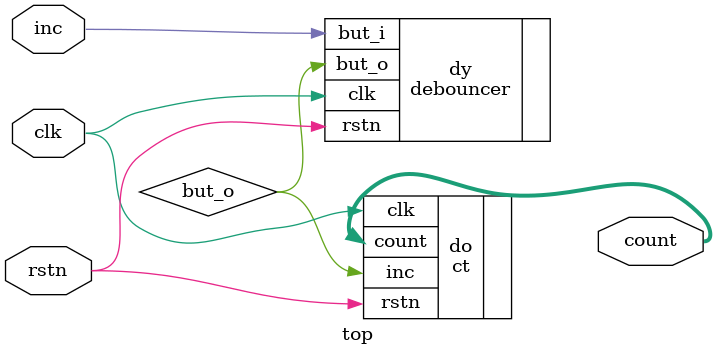
<source format=v>
`timescale 1ns / 1ps


module top(inc,count,clk,rstn);
input inc,clk,rstn;
output wire [7:0]count;
wire but_o;
debouncer dy(.clk(clk),.rstn(rstn),.but_i(inc),.but_o(but_o));
ct do(.clk(clk),.rstn(rstn),.inc(but_o),.count(count));
endmodule

</source>
